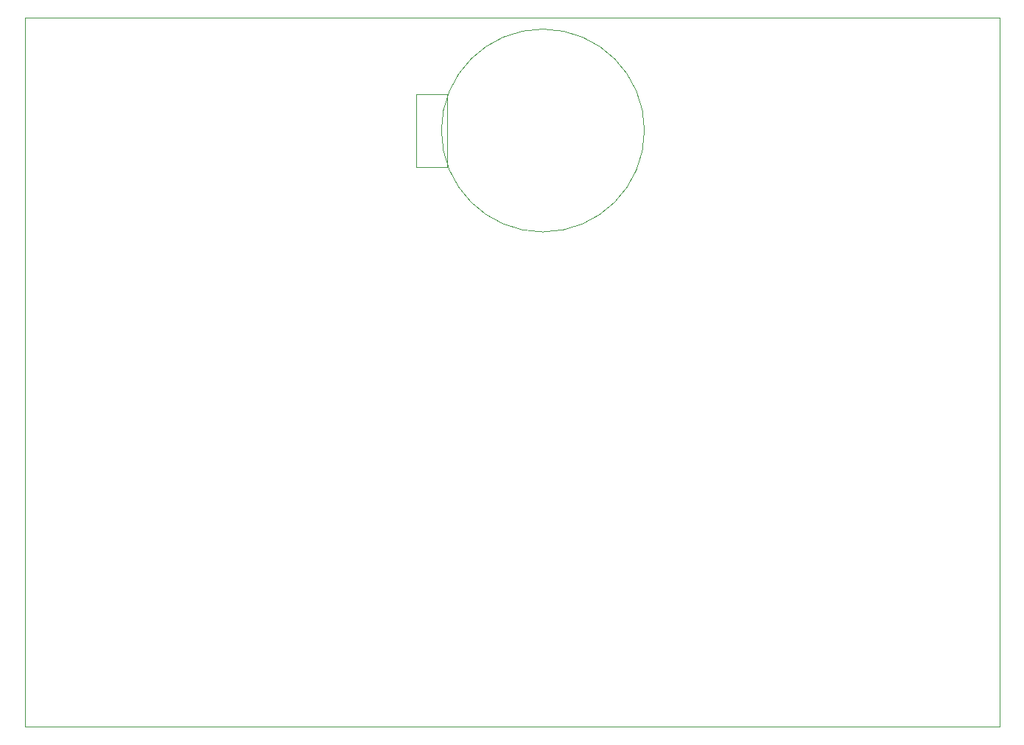
<source format=gbr>
%TF.GenerationSoftware,KiCad,Pcbnew,7.0.5*%
%TF.CreationDate,2023-12-29T18:59:19-03:00*%
%TF.ProjectId,ESP32-LoRa-PainelSolar,45535033-322d-44c6-9f52-612d5061696e,rev?*%
%TF.SameCoordinates,Original*%
%TF.FileFunction,Profile,NP*%
%FSLAX46Y46*%
G04 Gerber Fmt 4.6, Leading zero omitted, Abs format (unit mm)*
G04 Created by KiCad (PCBNEW 7.0.5) date 2023-12-29 18:59:19*
%MOMM*%
%LPD*%
G01*
G04 APERTURE LIST*
%TA.AperFunction,Profile*%
%ADD10C,0.100000*%
%TD*%
G04 APERTURE END LIST*
D10*
X89662000Y-46863000D02*
X93218000Y-46863000D01*
X93218000Y-55245000D01*
X89662000Y-55245000D01*
X89662000Y-46863000D01*
X44704000Y-38100000D02*
X156718000Y-38100000D01*
X156718000Y-119634000D01*
X44704000Y-119634000D01*
X44704000Y-38100000D01*
X115909588Y-51054000D02*
G75*
G03*
X115909588Y-51054000I-11663775J0D01*
G01*
M02*

</source>
